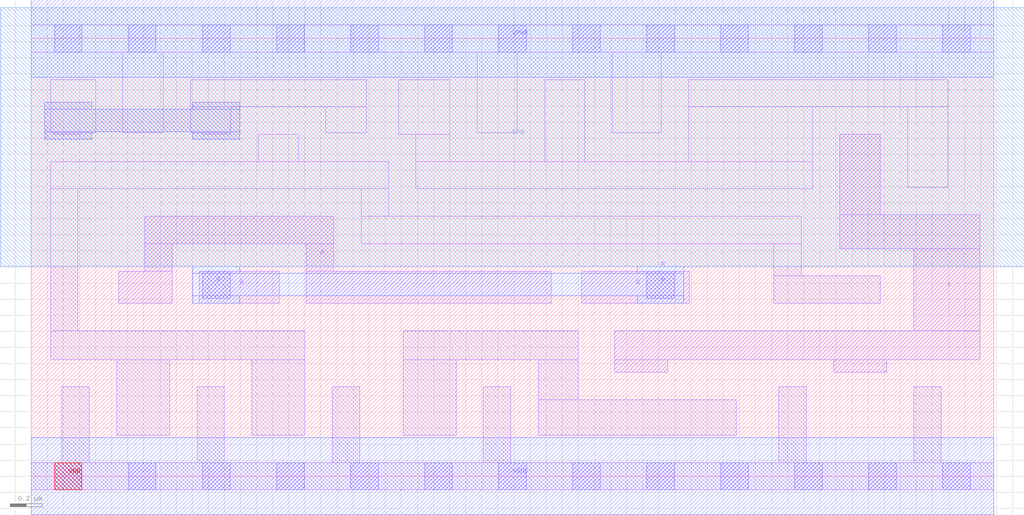
<source format=lef>
# Copyright 2020 The SkyWater PDK Authors
#
# Licensed under the Apache License, Version 2.0 (the "License");
# you may not use this file except in compliance with the License.
# You may obtain a copy of the License at
#
#     https://www.apache.org/licenses/LICENSE-2.0
#
# Unless required by applicable law or agreed to in writing, software
# distributed under the License is distributed on an "AS IS" BASIS,
# WITHOUT WARRANTIES OR CONDITIONS OF ANY KIND, either express or implied.
# See the License for the specific language governing permissions and
# limitations under the License.
#
# SPDX-License-Identifier: Apache-2.0

VERSION 5.7 ;
  NOWIREEXTENSIONATPIN ON ;
  DIVIDERCHAR "/" ;
  BUSBITCHARS "[]" ;
MACRO sky130_fd_sc_hd__xor2_2
  CLASS CORE ;
  FOREIGN sky130_fd_sc_hd__xor2_2 ;
  ORIGIN  0.000000  0.000000 ;
  SIZE  5.980000 BY  2.720000 ;
  SYMMETRY X Y R90 ;
  SITE unithd ;
  PIN A
    ANTENNAGATEAREA  0.990000 ;
    DIRECTION INPUT ;
    USE SIGNAL ;
    PORT
      LAYER li1 ;
        RECT 0.545000 1.075000 0.875000 1.275000 ;
        RECT 0.705000 1.275000 0.875000 1.445000 ;
        RECT 0.705000 1.445000 1.880000 1.615000 ;
        RECT 1.710000 1.075000 3.230000 1.275000 ;
        RECT 1.710000 1.275000 1.880000 1.445000 ;
    END
  END A
  PIN B
    ANTENNAGATEAREA  0.990000 ;
    DIRECTION INPUT ;
    USE SIGNAL ;
    PORT
      LAYER li1 ;
        RECT 1.045000 1.075000 1.540000 1.275000 ;
      LAYER mcon ;
        RECT 1.065000 1.105000 1.235000 1.275000 ;
    END
    PORT
      LAYER li1 ;
        RECT 3.420000 1.075000 4.090000 1.275000 ;
      LAYER mcon ;
        RECT 3.825000 1.105000 3.995000 1.275000 ;
    END
    PORT
      LAYER met1 ;
        RECT 1.005000 1.075000 1.295000 1.120000 ;
        RECT 1.005000 1.120000 4.055000 1.260000 ;
        RECT 1.005000 1.260000 1.295000 1.305000 ;
        RECT 3.765000 1.075000 4.055000 1.120000 ;
        RECT 3.765000 1.260000 4.055000 1.305000 ;
    END
  END B
  PIN VNB
    PORT
      LAYER pwell ;
        RECT 0.145000 -0.085000 0.315000 0.085000 ;
    END
  END VNB
  PIN VPB
    PORT
      LAYER nwell ;
        RECT -0.190000 1.305000 6.170000 2.910000 ;
    END
  END VPB
  PIN X
    ANTENNADIFFAREA  0.656750 ;
    DIRECTION OUTPUT ;
    USE SIGNAL ;
    PORT
      LAYER li1 ;
        RECT 3.625000 0.645000 3.955000 0.725000 ;
        RECT 3.625000 0.725000 5.895000 0.905000 ;
        RECT 4.985000 0.645000 5.315000 0.725000 ;
        RECT 5.025000 1.415000 5.895000 1.625000 ;
        RECT 5.025000 1.625000 5.275000 2.125000 ;
        RECT 5.485000 0.905000 5.895000 1.415000 ;
    END
  END X
  PIN VGND
    DIRECTION INOUT ;
    SHAPE ABUTMENT ;
    USE GROUND ;
    PORT
      LAYER met1 ;
        RECT 0.000000 -0.240000 5.980000 0.240000 ;
    END
  END VGND
  PIN VPWR
    DIRECTION INOUT ;
    SHAPE ABUTMENT ;
    USE POWER ;
    PORT
      LAYER met1 ;
        RECT 0.000000 2.480000 5.980000 2.960000 ;
    END
  END VPWR
  OBS
    LAYER li1 ;
      RECT 0.000000 -0.085000 5.980000 0.085000 ;
      RECT 0.000000  2.635000 5.980000 2.805000 ;
      RECT 0.120000  0.725000 1.700000 0.905000 ;
      RECT 0.120000  0.905000 0.290000 1.785000 ;
      RECT 0.120000  1.785000 2.220000 1.955000 ;
      RECT 0.120000  2.135000 0.400000 2.465000 ;
      RECT 0.145000  2.125000 0.315000 2.135000 ;
      RECT 0.190000  0.085000 0.360000 0.555000 ;
      RECT 0.530000  0.255000 0.860000 0.725000 ;
      RECT 0.570000  2.135000 0.820000 2.635000 ;
      RECT 0.990000  2.135000 1.240000 2.295000 ;
      RECT 0.990000  2.295000 2.080000 2.465000 ;
      RECT 1.030000  0.085000 1.200000 0.555000 ;
      RECT 1.065000  2.125000 1.235000 2.135000 ;
      RECT 1.370000  0.255000 1.700000 0.725000 ;
      RECT 1.410000  1.955000 1.660000 2.125000 ;
      RECT 1.830000  2.135000 2.080000 2.295000 ;
      RECT 1.870000  0.085000 2.040000 0.555000 ;
      RECT 2.050000  1.445000 4.785000 1.615000 ;
      RECT 2.050000  1.615000 2.220000 1.785000 ;
      RECT 2.285000  2.125000 2.600000 2.465000 ;
      RECT 2.310000  0.255000 2.640000 0.725000 ;
      RECT 2.310000  0.725000 3.400000 0.905000 ;
      RECT 2.390000  1.785000 4.855000 1.955000 ;
      RECT 2.390000  1.955000 2.600000 2.125000 ;
      RECT 2.770000  2.135000 3.020000 2.635000 ;
      RECT 2.810000  0.085000 2.980000 0.555000 ;
      RECT 3.150000  0.255000 4.380000 0.475000 ;
      RECT 3.150000  0.475000 3.400000 0.725000 ;
      RECT 3.190000  1.955000 3.440000 2.465000 ;
      RECT 3.610000  2.135000 3.915000 2.635000 ;
      RECT 4.085000  1.955000 4.855000 2.295000 ;
      RECT 4.085000  2.295000 5.695000 2.465000 ;
      RECT 4.615000  1.075000 5.275000 1.245000 ;
      RECT 4.615000  1.245000 4.785000 1.445000 ;
      RECT 4.645000  0.085000 4.815000 0.555000 ;
      RECT 5.445000  1.795000 5.695000 2.295000 ;
      RECT 5.485000  0.085000 5.655000 0.555000 ;
    LAYER mcon ;
      RECT 0.145000 -0.085000 0.315000 0.085000 ;
      RECT 0.145000  2.635000 0.315000 2.805000 ;
      RECT 0.605000 -0.085000 0.775000 0.085000 ;
      RECT 0.605000  2.635000 0.775000 2.805000 ;
      RECT 1.065000 -0.085000 1.235000 0.085000 ;
      RECT 1.065000  2.635000 1.235000 2.805000 ;
      RECT 1.525000 -0.085000 1.695000 0.085000 ;
      RECT 1.525000  2.635000 1.695000 2.805000 ;
      RECT 1.985000 -0.085000 2.155000 0.085000 ;
      RECT 1.985000  2.635000 2.155000 2.805000 ;
      RECT 2.445000 -0.085000 2.615000 0.085000 ;
      RECT 2.445000  2.635000 2.615000 2.805000 ;
      RECT 2.905000 -0.085000 3.075000 0.085000 ;
      RECT 2.905000  2.635000 3.075000 2.805000 ;
      RECT 3.365000 -0.085000 3.535000 0.085000 ;
      RECT 3.365000  2.635000 3.535000 2.805000 ;
      RECT 3.825000 -0.085000 3.995000 0.085000 ;
      RECT 3.825000  2.635000 3.995000 2.805000 ;
      RECT 4.285000 -0.085000 4.455000 0.085000 ;
      RECT 4.285000  2.635000 4.455000 2.805000 ;
      RECT 4.745000 -0.085000 4.915000 0.085000 ;
      RECT 4.745000  2.635000 4.915000 2.805000 ;
      RECT 5.205000 -0.085000 5.375000 0.085000 ;
      RECT 5.205000  2.635000 5.375000 2.805000 ;
      RECT 5.665000 -0.085000 5.835000 0.085000 ;
      RECT 5.665000  2.635000 5.835000 2.805000 ;
    LAYER met1 ;
      RECT 0.085000 2.095000 0.375000 2.140000 ;
      RECT 0.085000 2.140000 1.295000 2.280000 ;
      RECT 0.085000 2.280000 0.375000 2.325000 ;
      RECT 1.005000 2.095000 1.295000 2.140000 ;
      RECT 1.005000 2.280000 1.295000 2.325000 ;
  END
END sky130_fd_sc_hd__xor2_2
END LIBRARY

</source>
